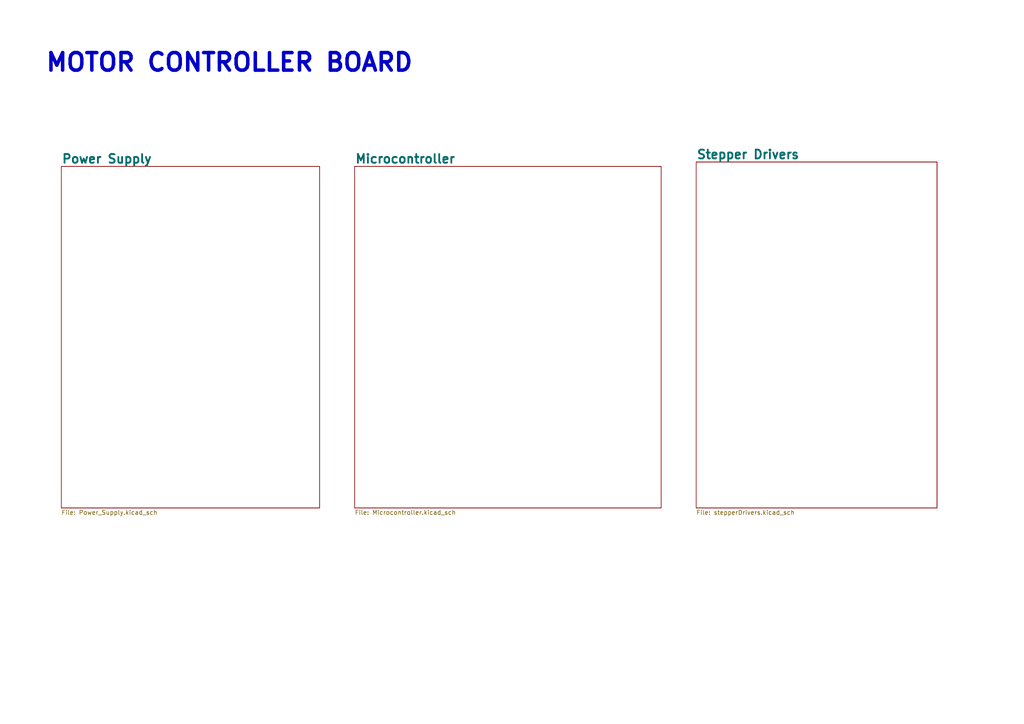
<source format=kicad_sch>
(kicad_sch
	(version 20250114)
	(generator "eeschema")
	(generator_version "9.0")
	(uuid "2f03ad95-f17d-4603-9f9b-c868204db81c")
	(paper "A4")
	(title_block
		(title "Motor Controller Board")
		(rev "v1")
		(company "University of California, Santa Cruz")
	)
	(lib_symbols)
	(text "MOTOR CONTROLLER BOARD"
		(exclude_from_sim no)
		(at 66.548 18.288 0)
		(effects
			(font
				(size 5.08 5.08)
				(thickness 1.016)
				(bold yes)
			)
		)
		(uuid "d38e934e-c9ff-40a8-84c6-900a8d009a06")
	)
	(sheet
		(at 17.78 48.26)
		(size 74.93 99.06)
		(exclude_from_sim no)
		(in_bom yes)
		(on_board yes)
		(dnp no)
		(fields_autoplaced yes)
		(stroke
			(width 0.1524)
			(type solid)
		)
		(fill
			(color 0 0 0 0.0000)
		)
		(uuid "1132a342-589f-4523-a20b-cee7da5a1aed")
		(property "Sheetname" "Power Supply"
			(at 17.78 47.5484 0)
			(effects
				(font
					(size 2.54 2.54)
					(thickness 0.508)
					(bold yes)
				)
				(justify left bottom)
			)
		)
		(property "Sheetfile" "Power_Supply.kicad_sch"
			(at 17.78 147.9046 0)
			(effects
				(font
					(size 1.27 1.27)
				)
				(justify left top)
			)
		)
		(instances
			(project "Motor_Controller_Board_v1"
				(path "/2f03ad95-f17d-4603-9f9b-c868204db81c"
					(page "2")
				)
			)
		)
	)
	(sheet
		(at 102.87 48.26)
		(size 88.9 99.06)
		(exclude_from_sim no)
		(in_bom yes)
		(on_board yes)
		(dnp no)
		(fields_autoplaced yes)
		(stroke
			(width 0.1524)
			(type solid)
		)
		(fill
			(color 0 0 0 0.0000)
		)
		(uuid "41c029e7-cf72-41c6-b200-264a704f7fea")
		(property "Sheetname" "Microcontroller"
			(at 102.87 47.5484 0)
			(effects
				(font
					(size 2.54 2.54)
					(thickness 0.508)
					(bold yes)
				)
				(justify left bottom)
			)
		)
		(property "Sheetfile" "Microcontroller.kicad_sch"
			(at 102.87 147.9046 0)
			(effects
				(font
					(size 1.27 1.27)
				)
				(justify left top)
			)
		)
		(instances
			(project "Motor_Controller_Board_v1"
				(path "/2f03ad95-f17d-4603-9f9b-c868204db81c"
					(page "3")
				)
			)
		)
	)
	(sheet
		(at 201.93 46.99)
		(size 69.85 100.33)
		(exclude_from_sim no)
		(in_bom yes)
		(on_board yes)
		(dnp no)
		(fields_autoplaced yes)
		(stroke
			(width 0.1524)
			(type solid)
		)
		(fill
			(color 0 0 0 0.0000)
		)
		(uuid "de697c7d-15b2-499b-acfa-e9ff24654033")
		(property "Sheetname" "Stepper Drivers"
			(at 201.93 46.2784 0)
			(effects
				(font
					(size 2.54 2.54)
					(thickness 0.508)
					(bold yes)
				)
				(justify left bottom)
			)
		)
		(property "Sheetfile" "stepperDrivers.kicad_sch"
			(at 201.93 147.9046 0)
			(effects
				(font
					(size 1.27 1.27)
				)
				(justify left top)
			)
		)
		(instances
			(project "Motor_Controller_Board_v1"
				(path "/2f03ad95-f17d-4603-9f9b-c868204db81c"
					(page "4")
				)
			)
		)
	)
	(sheet_instances
		(path "/"
			(page "1")
		)
	)
	(embedded_fonts no)
)

</source>
